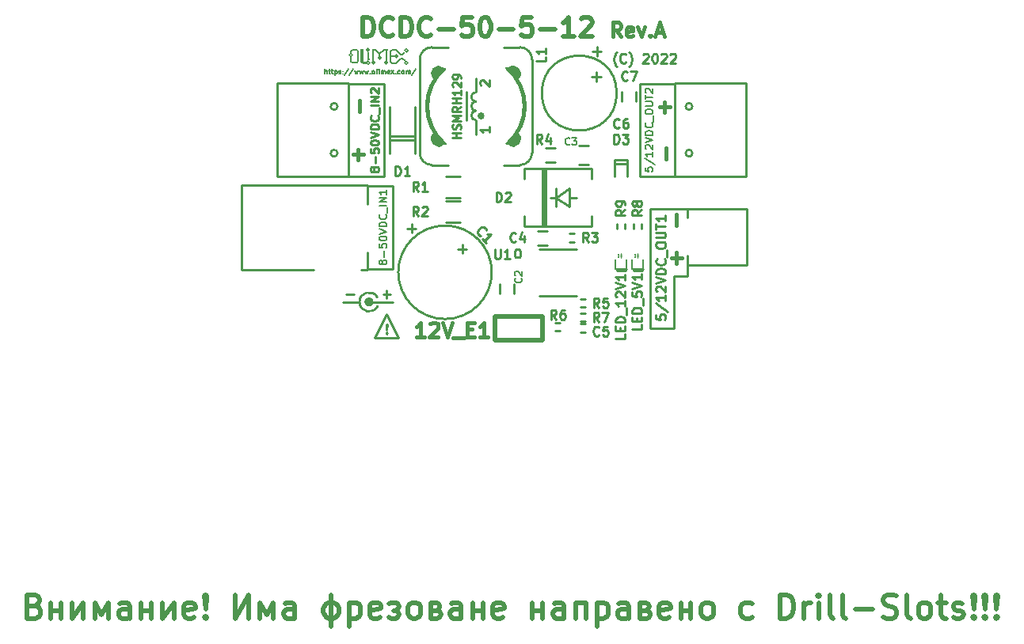
<source format=gbr>
G04 #@! TF.GenerationSoftware,KiCad,Pcbnew,5.1.6-c6e7f7d~87~ubuntu18.04.1*
G04 #@! TF.CreationDate,2022-04-04T15:30:34+03:00*
G04 #@! TF.ProjectId,DCDC-50-5-12_Rev_A,44434443-2d35-4302-9d35-2d31325f5265,A*
G04 #@! TF.SameCoordinates,Original*
G04 #@! TF.FileFunction,Legend,Top*
G04 #@! TF.FilePolarity,Positive*
%FSLAX46Y46*%
G04 Gerber Fmt 4.6, Leading zero omitted, Abs format (unit mm)*
G04 Created by KiCad (PCBNEW 5.1.6-c6e7f7d~87~ubuntu18.04.1) date 2022-04-04 15:30:34*
%MOMM*%
%LPD*%
G01*
G04 APERTURE LIST*
%ADD10C,0.254000*%
%ADD11C,0.406400*%
%ADD12C,0.127000*%
%ADD13C,0.381000*%
%ADD14C,0.508000*%
%ADD15C,0.250000*%
%ADD16C,0.012700*%
%ADD17C,0.062500*%
%ADD18C,0.010000*%
%ADD19C,0.200000*%
%ADD20C,0.150000*%
%ADD21C,0.600000*%
%ADD22C,0.100000*%
%ADD23C,0.050000*%
%ADD24C,0.203200*%
%ADD25C,0.228600*%
%ADD26C,0.222250*%
%ADD27C,0.190500*%
G04 APERTURE END LIST*
D10*
X161036000Y-91821000D02*
X161036000Y-90678000D01*
X159639000Y-91821000D02*
X161036000Y-91821000D01*
X159639000Y-97409000D02*
X159639000Y-91821000D01*
X157099000Y-97409000D02*
X159639000Y-97409000D01*
X157099000Y-84645500D02*
X157099000Y-97409000D01*
X161036000Y-84645500D02*
X157099000Y-84645500D01*
X155956000Y-81153000D02*
X159711000Y-81153000D01*
X155956000Y-71247000D02*
X155956000Y-81153000D01*
X159639000Y-71247000D02*
X155956000Y-71247000D01*
X129540000Y-91059000D02*
X126873000Y-91059000D01*
X129540000Y-82169000D02*
X129540000Y-91059000D01*
X126873000Y-82169000D02*
X129540000Y-82169000D01*
X128651000Y-81153000D02*
X124841000Y-81153000D01*
X128651000Y-71247000D02*
X128651000Y-81153000D01*
X124714000Y-71247000D02*
X128651000Y-71247000D01*
X128905000Y-97898857D02*
X128953380Y-97947238D01*
X128905000Y-97995619D01*
X128856619Y-97947238D01*
X128905000Y-97898857D01*
X128905000Y-97995619D01*
X128905000Y-97608571D02*
X128856619Y-97028000D01*
X128905000Y-96979619D01*
X128953380Y-97028000D01*
X128905000Y-97608571D01*
X128905000Y-96979619D01*
X130175000Y-98425000D02*
X128905000Y-95885000D01*
X127635000Y-98425000D02*
X130175000Y-98425000D01*
X128905000Y-95885000D02*
X127635000Y-98425000D01*
X128517952Y-93798571D02*
X129292047Y-93798571D01*
X128905000Y-94185619D02*
X128905000Y-93411523D01*
X124580952Y-93798571D02*
X125355047Y-93798571D01*
D11*
X127254000Y-94615000D02*
G75*
G03*
X127254000Y-94615000I-254000J0D01*
G01*
D10*
X125984000Y-94615000D02*
X124205999Y-94615000D01*
X127915810Y-95072905D02*
G75*
G02*
X127889000Y-94107000I-915810J457905D01*
G01*
X127381000Y-94615000D02*
G75*
G03*
X127381000Y-94615000I-381000J0D01*
G01*
X129540000Y-94615000D02*
X127000000Y-94615000D01*
D12*
X122301000Y-70206809D02*
X122301000Y-69698809D01*
X122518714Y-70206809D02*
X122518714Y-69940714D01*
X122494523Y-69892333D01*
X122446142Y-69868142D01*
X122373571Y-69868142D01*
X122325190Y-69892333D01*
X122301000Y-69916523D01*
X122688047Y-69868142D02*
X122881571Y-69868142D01*
X122760619Y-69698809D02*
X122760619Y-70134238D01*
X122784809Y-70182619D01*
X122833190Y-70206809D01*
X122881571Y-70206809D01*
X122978333Y-69868142D02*
X123171857Y-69868142D01*
X123050904Y-69698809D02*
X123050904Y-70134238D01*
X123075095Y-70182619D01*
X123123476Y-70206809D01*
X123171857Y-70206809D01*
X123341190Y-69868142D02*
X123341190Y-70376142D01*
X123341190Y-69892333D02*
X123389571Y-69868142D01*
X123486333Y-69868142D01*
X123534714Y-69892333D01*
X123558904Y-69916523D01*
X123583095Y-69964904D01*
X123583095Y-70110047D01*
X123558904Y-70158428D01*
X123534714Y-70182619D01*
X123486333Y-70206809D01*
X123389571Y-70206809D01*
X123341190Y-70182619D01*
X123776619Y-70182619D02*
X123825000Y-70206809D01*
X123921761Y-70206809D01*
X123970142Y-70182619D01*
X123994333Y-70134238D01*
X123994333Y-70110047D01*
X123970142Y-70061666D01*
X123921761Y-70037476D01*
X123849190Y-70037476D01*
X123800809Y-70013285D01*
X123776619Y-69964904D01*
X123776619Y-69940714D01*
X123800809Y-69892333D01*
X123849190Y-69868142D01*
X123921761Y-69868142D01*
X123970142Y-69892333D01*
X124212047Y-70158428D02*
X124236238Y-70182619D01*
X124212047Y-70206809D01*
X124187857Y-70182619D01*
X124212047Y-70158428D01*
X124212047Y-70206809D01*
X124212047Y-69892333D02*
X124236238Y-69916523D01*
X124212047Y-69940714D01*
X124187857Y-69916523D01*
X124212047Y-69892333D01*
X124212047Y-69940714D01*
X124816809Y-69674619D02*
X124381380Y-70327761D01*
X125349000Y-69674619D02*
X124913571Y-70327761D01*
X125469952Y-69868142D02*
X125566714Y-70206809D01*
X125663476Y-69964904D01*
X125760238Y-70206809D01*
X125857000Y-69868142D01*
X126002142Y-69868142D02*
X126098904Y-70206809D01*
X126195666Y-69964904D01*
X126292428Y-70206809D01*
X126389190Y-69868142D01*
X126534333Y-69868142D02*
X126631095Y-70206809D01*
X126727857Y-69964904D01*
X126824619Y-70206809D01*
X126921380Y-69868142D01*
X127114904Y-70158428D02*
X127139095Y-70182619D01*
X127114904Y-70206809D01*
X127090714Y-70182619D01*
X127114904Y-70158428D01*
X127114904Y-70206809D01*
X127429380Y-70206809D02*
X127381000Y-70182619D01*
X127356809Y-70158428D01*
X127332619Y-70110047D01*
X127332619Y-69964904D01*
X127356809Y-69916523D01*
X127381000Y-69892333D01*
X127429380Y-69868142D01*
X127501952Y-69868142D01*
X127550333Y-69892333D01*
X127574523Y-69916523D01*
X127598714Y-69964904D01*
X127598714Y-70110047D01*
X127574523Y-70158428D01*
X127550333Y-70182619D01*
X127501952Y-70206809D01*
X127429380Y-70206809D01*
X127889000Y-70206809D02*
X127840619Y-70182619D01*
X127816428Y-70134238D01*
X127816428Y-69698809D01*
X128082523Y-70206809D02*
X128082523Y-69868142D01*
X128082523Y-69698809D02*
X128058333Y-69723000D01*
X128082523Y-69747190D01*
X128106714Y-69723000D01*
X128082523Y-69698809D01*
X128082523Y-69747190D01*
X128324428Y-70206809D02*
X128324428Y-69868142D01*
X128324428Y-69916523D02*
X128348619Y-69892333D01*
X128397000Y-69868142D01*
X128469571Y-69868142D01*
X128517952Y-69892333D01*
X128542142Y-69940714D01*
X128542142Y-70206809D01*
X128542142Y-69940714D02*
X128566333Y-69892333D01*
X128614714Y-69868142D01*
X128687285Y-69868142D01*
X128735666Y-69892333D01*
X128759857Y-69940714D01*
X128759857Y-70206809D01*
X129195285Y-70182619D02*
X129146904Y-70206809D01*
X129050142Y-70206809D01*
X129001761Y-70182619D01*
X128977571Y-70134238D01*
X128977571Y-69940714D01*
X129001761Y-69892333D01*
X129050142Y-69868142D01*
X129146904Y-69868142D01*
X129195285Y-69892333D01*
X129219476Y-69940714D01*
X129219476Y-69989095D01*
X128977571Y-70037476D01*
X129388809Y-70206809D02*
X129654904Y-69868142D01*
X129388809Y-69868142D02*
X129654904Y-70206809D01*
X129848428Y-70158428D02*
X129872619Y-70182619D01*
X129848428Y-70206809D01*
X129824238Y-70182619D01*
X129848428Y-70158428D01*
X129848428Y-70206809D01*
X130308047Y-70182619D02*
X130259666Y-70206809D01*
X130162904Y-70206809D01*
X130114523Y-70182619D01*
X130090333Y-70158428D01*
X130066142Y-70110047D01*
X130066142Y-69964904D01*
X130090333Y-69916523D01*
X130114523Y-69892333D01*
X130162904Y-69868142D01*
X130259666Y-69868142D01*
X130308047Y-69892333D01*
X130598333Y-70206809D02*
X130549952Y-70182619D01*
X130525761Y-70158428D01*
X130501571Y-70110047D01*
X130501571Y-69964904D01*
X130525761Y-69916523D01*
X130549952Y-69892333D01*
X130598333Y-69868142D01*
X130670904Y-69868142D01*
X130719285Y-69892333D01*
X130743476Y-69916523D01*
X130767666Y-69964904D01*
X130767666Y-70110047D01*
X130743476Y-70158428D01*
X130719285Y-70182619D01*
X130670904Y-70206809D01*
X130598333Y-70206809D01*
X130985380Y-70206809D02*
X130985380Y-69868142D01*
X130985380Y-69916523D02*
X131009571Y-69892333D01*
X131057952Y-69868142D01*
X131130523Y-69868142D01*
X131178904Y-69892333D01*
X131203095Y-69940714D01*
X131203095Y-70206809D01*
X131203095Y-69940714D02*
X131227285Y-69892333D01*
X131275666Y-69868142D01*
X131348238Y-69868142D01*
X131396619Y-69892333D01*
X131420809Y-69940714D01*
X131420809Y-70206809D01*
X132025571Y-69674619D02*
X131590142Y-70327761D01*
D13*
X159874857Y-86432571D02*
X159874857Y-85271428D01*
X159312428Y-89897857D02*
X160473571Y-89897857D01*
X159893000Y-90478428D02*
X159893000Y-89317285D01*
X158731857Y-79320571D02*
X158731857Y-78159428D01*
X158042428Y-73768857D02*
X159203571Y-73768857D01*
X158623000Y-74349428D02*
X158623000Y-73188285D01*
X125965857Y-74240571D02*
X125965857Y-73079428D01*
X125276428Y-78848857D02*
X126437571Y-78848857D01*
X125857000Y-79429428D02*
X125857000Y-78268285D01*
D14*
X126365000Y-66197238D02*
X126365000Y-64165238D01*
X126848809Y-64165238D01*
X127139095Y-64262000D01*
X127332619Y-64455523D01*
X127429380Y-64649047D01*
X127526142Y-65036095D01*
X127526142Y-65326380D01*
X127429380Y-65713428D01*
X127332619Y-65906952D01*
X127139095Y-66100476D01*
X126848809Y-66197238D01*
X126365000Y-66197238D01*
X129558142Y-66003714D02*
X129461380Y-66100476D01*
X129171095Y-66197238D01*
X128977571Y-66197238D01*
X128687285Y-66100476D01*
X128493761Y-65906952D01*
X128397000Y-65713428D01*
X128300238Y-65326380D01*
X128300238Y-65036095D01*
X128397000Y-64649047D01*
X128493761Y-64455523D01*
X128687285Y-64262000D01*
X128977571Y-64165238D01*
X129171095Y-64165238D01*
X129461380Y-64262000D01*
X129558142Y-64358761D01*
X130429000Y-66197238D02*
X130429000Y-64165238D01*
X130912809Y-64165238D01*
X131203095Y-64262000D01*
X131396619Y-64455523D01*
X131493380Y-64649047D01*
X131590142Y-65036095D01*
X131590142Y-65326380D01*
X131493380Y-65713428D01*
X131396619Y-65906952D01*
X131203095Y-66100476D01*
X130912809Y-66197238D01*
X130429000Y-66197238D01*
X133622142Y-66003714D02*
X133525380Y-66100476D01*
X133235095Y-66197238D01*
X133041571Y-66197238D01*
X132751285Y-66100476D01*
X132557761Y-65906952D01*
X132461000Y-65713428D01*
X132364238Y-65326380D01*
X132364238Y-65036095D01*
X132461000Y-64649047D01*
X132557761Y-64455523D01*
X132751285Y-64262000D01*
X133041571Y-64165238D01*
X133235095Y-64165238D01*
X133525380Y-64262000D01*
X133622142Y-64358761D01*
X134493000Y-65423142D02*
X136041190Y-65423142D01*
X137976428Y-64165238D02*
X137008809Y-64165238D01*
X136912047Y-65132857D01*
X137008809Y-65036095D01*
X137202333Y-64939333D01*
X137686142Y-64939333D01*
X137879666Y-65036095D01*
X137976428Y-65132857D01*
X138073190Y-65326380D01*
X138073190Y-65810190D01*
X137976428Y-66003714D01*
X137879666Y-66100476D01*
X137686142Y-66197238D01*
X137202333Y-66197238D01*
X137008809Y-66100476D01*
X136912047Y-66003714D01*
X139331095Y-64165238D02*
X139524619Y-64165238D01*
X139718142Y-64262000D01*
X139814904Y-64358761D01*
X139911666Y-64552285D01*
X140008428Y-64939333D01*
X140008428Y-65423142D01*
X139911666Y-65810190D01*
X139814904Y-66003714D01*
X139718142Y-66100476D01*
X139524619Y-66197238D01*
X139331095Y-66197238D01*
X139137571Y-66100476D01*
X139040809Y-66003714D01*
X138944047Y-65810190D01*
X138847285Y-65423142D01*
X138847285Y-64939333D01*
X138944047Y-64552285D01*
X139040809Y-64358761D01*
X139137571Y-64262000D01*
X139331095Y-64165238D01*
X140879285Y-65423142D02*
X142427476Y-65423142D01*
X144362714Y-64165238D02*
X143395095Y-64165238D01*
X143298333Y-65132857D01*
X143395095Y-65036095D01*
X143588619Y-64939333D01*
X144072428Y-64939333D01*
X144265952Y-65036095D01*
X144362714Y-65132857D01*
X144459476Y-65326380D01*
X144459476Y-65810190D01*
X144362714Y-66003714D01*
X144265952Y-66100476D01*
X144072428Y-66197238D01*
X143588619Y-66197238D01*
X143395095Y-66100476D01*
X143298333Y-66003714D01*
X145330333Y-65423142D02*
X146878523Y-65423142D01*
X148910523Y-66197238D02*
X147749380Y-66197238D01*
X148329952Y-66197238D02*
X148329952Y-64165238D01*
X148136428Y-64455523D01*
X147942904Y-64649047D01*
X147749380Y-64745809D01*
X149684619Y-64358761D02*
X149781380Y-64262000D01*
X149974904Y-64165238D01*
X150458714Y-64165238D01*
X150652238Y-64262000D01*
X150749000Y-64358761D01*
X150845761Y-64552285D01*
X150845761Y-64745809D01*
X150749000Y-65036095D01*
X149587857Y-66197238D01*
X150845761Y-66197238D01*
D13*
X153924000Y-66221428D02*
X153416000Y-65495714D01*
X153053142Y-66221428D02*
X153053142Y-64697428D01*
X153633714Y-64697428D01*
X153778857Y-64770000D01*
X153851428Y-64842571D01*
X153924000Y-64987714D01*
X153924000Y-65205428D01*
X153851428Y-65350571D01*
X153778857Y-65423142D01*
X153633714Y-65495714D01*
X153053142Y-65495714D01*
X155157714Y-66148857D02*
X155012571Y-66221428D01*
X154722285Y-66221428D01*
X154577142Y-66148857D01*
X154504571Y-66003714D01*
X154504571Y-65423142D01*
X154577142Y-65278000D01*
X154722285Y-65205428D01*
X155012571Y-65205428D01*
X155157714Y-65278000D01*
X155230285Y-65423142D01*
X155230285Y-65568285D01*
X154504571Y-65713428D01*
X155738285Y-65205428D02*
X156101142Y-66221428D01*
X156464000Y-65205428D01*
X157044571Y-66076285D02*
X157117142Y-66148857D01*
X157044571Y-66221428D01*
X156972000Y-66148857D01*
X157044571Y-66076285D01*
X157044571Y-66221428D01*
X157697714Y-65786000D02*
X158423428Y-65786000D01*
X157552571Y-66221428D02*
X158060571Y-64697428D01*
X158568571Y-66221428D01*
D10*
X153488571Y-69426666D02*
X153440190Y-69378285D01*
X153343428Y-69233142D01*
X153295047Y-69136380D01*
X153246666Y-68991238D01*
X153198285Y-68749333D01*
X153198285Y-68555809D01*
X153246666Y-68313904D01*
X153295047Y-68168761D01*
X153343428Y-68072000D01*
X153440190Y-67926857D01*
X153488571Y-67878476D01*
X154456190Y-68942857D02*
X154407809Y-68991238D01*
X154262666Y-69039619D01*
X154165904Y-69039619D01*
X154020761Y-68991238D01*
X153924000Y-68894476D01*
X153875619Y-68797714D01*
X153827238Y-68604190D01*
X153827238Y-68459047D01*
X153875619Y-68265523D01*
X153924000Y-68168761D01*
X154020761Y-68072000D01*
X154165904Y-68023619D01*
X154262666Y-68023619D01*
X154407809Y-68072000D01*
X154456190Y-68120380D01*
X154794857Y-69426666D02*
X154843238Y-69378285D01*
X154940000Y-69233142D01*
X154988380Y-69136380D01*
X155036761Y-68991238D01*
X155085142Y-68749333D01*
X155085142Y-68555809D01*
X155036761Y-68313904D01*
X154988380Y-68168761D01*
X154940000Y-68072000D01*
X154843238Y-67926857D01*
X154794857Y-67878476D01*
X156294666Y-68120380D02*
X156343047Y-68072000D01*
X156439809Y-68023619D01*
X156681714Y-68023619D01*
X156778476Y-68072000D01*
X156826857Y-68120380D01*
X156875238Y-68217142D01*
X156875238Y-68313904D01*
X156826857Y-68459047D01*
X156246285Y-69039619D01*
X156875238Y-69039619D01*
X157504190Y-68023619D02*
X157600952Y-68023619D01*
X157697714Y-68072000D01*
X157746095Y-68120380D01*
X157794476Y-68217142D01*
X157842857Y-68410666D01*
X157842857Y-68652571D01*
X157794476Y-68846095D01*
X157746095Y-68942857D01*
X157697714Y-68991238D01*
X157600952Y-69039619D01*
X157504190Y-69039619D01*
X157407428Y-68991238D01*
X157359047Y-68942857D01*
X157310666Y-68846095D01*
X157262285Y-68652571D01*
X157262285Y-68410666D01*
X157310666Y-68217142D01*
X157359047Y-68120380D01*
X157407428Y-68072000D01*
X157504190Y-68023619D01*
X158229904Y-68120380D02*
X158278285Y-68072000D01*
X158375047Y-68023619D01*
X158616952Y-68023619D01*
X158713714Y-68072000D01*
X158762095Y-68120380D01*
X158810476Y-68217142D01*
X158810476Y-68313904D01*
X158762095Y-68459047D01*
X158181523Y-69039619D01*
X158810476Y-69039619D01*
X159197523Y-68120380D02*
X159245904Y-68072000D01*
X159342666Y-68023619D01*
X159584571Y-68023619D01*
X159681333Y-68072000D01*
X159729714Y-68120380D01*
X159778095Y-68217142D01*
X159778095Y-68313904D01*
X159729714Y-68459047D01*
X159149142Y-69039619D01*
X159778095Y-69039619D01*
X126846000Y-91140000D02*
X126146000Y-91140000D01*
X113346000Y-91140000D02*
X121046000Y-91140000D01*
X126846000Y-91140280D02*
X126846000Y-89282000D01*
X126846000Y-82088000D02*
X126846000Y-84186000D01*
X113346000Y-82088000D02*
X113346000Y-91140000D01*
X126846000Y-82088000D02*
X113346000Y-82088000D01*
X159711000Y-71200000D02*
X167311000Y-71200000D01*
X159711000Y-81200000D02*
X167311000Y-81200000D01*
X167311000Y-71200000D02*
X167311000Y-81200000D01*
X159711000Y-81200000D02*
X159711000Y-71200000D01*
X161570210Y-73700000D02*
G75*
G03*
X161570210Y-73700000I-359210J0D01*
G01*
X161570210Y-78700000D02*
G75*
G03*
X161570210Y-78700000I-359210J0D01*
G01*
X124769000Y-81200000D02*
X117169000Y-81200000D01*
X124769000Y-71200000D02*
X117169000Y-71200000D01*
X117169000Y-81200000D02*
X117169000Y-71200000D01*
X124769000Y-71200000D02*
X124769000Y-81200000D01*
X123628210Y-78700000D02*
G75*
G03*
X123628210Y-78700000I-359210J0D01*
G01*
X123628210Y-73700000D02*
G75*
G03*
X123628210Y-73700000I-359210J0D01*
G01*
X141689004Y-69624496D02*
G75*
G02*
X141730000Y-77660000I-3459004J-4035504D01*
G01*
X135170996Y-77695504D02*
G75*
G02*
X135130000Y-69660000I3459004J4035504D01*
G01*
X142929999Y-76660001D02*
G75*
G02*
X141930001Y-77659999I-499999J-499999D01*
G01*
X141930001Y-69660001D02*
G75*
G02*
X142929999Y-70659999I499999J-499999D01*
G01*
X133930001Y-70659999D02*
G75*
G02*
X134929999Y-69660001I499999J499999D01*
G01*
X134929999Y-77659999D02*
G75*
G02*
X133930001Y-76660001I-499999J499999D01*
G01*
X141889004Y-69624496D02*
G75*
G02*
X141930000Y-77660000I-3459004J-4035504D01*
G01*
X134970996Y-77695504D02*
G75*
G02*
X134930000Y-69660000I3459004J4035504D01*
G01*
X143130000Y-67360000D02*
G75*
G02*
X144430000Y-68660000I0J-1300000D01*
G01*
X144430000Y-78660000D02*
G75*
G02*
X143130000Y-79960000I-1300000J0D01*
G01*
X132430000Y-68660000D02*
G75*
G02*
X133730000Y-67360000I1300000J0D01*
G01*
X133730000Y-79960000D02*
G75*
G02*
X132430000Y-78660000I0J1300000D01*
G01*
X138430000Y-74160000D02*
G75*
G03*
X137930000Y-74660000I0J-500000D01*
G01*
X137930000Y-74660000D02*
G75*
G03*
X138430000Y-75160000I500000J0D01*
G01*
X138430000Y-72160000D02*
G75*
G03*
X137930000Y-72660000I0J-500000D01*
G01*
X137930000Y-72660000D02*
G75*
G03*
X138430000Y-73160000I500000J0D01*
G01*
X137930000Y-73660000D02*
G75*
G03*
X138430000Y-74160000I500000J0D01*
G01*
X138430000Y-73160000D02*
G75*
G03*
X137930000Y-73660000I0J-500000D01*
G01*
X141430000Y-67360000D02*
X143130000Y-67360000D01*
X143130000Y-79960000D02*
X141430000Y-79960000D01*
X132430000Y-78660000D02*
X132430000Y-68660000D01*
X144430000Y-68660000D02*
X144430000Y-78660000D01*
X135430000Y-79960000D02*
X133730000Y-79960000D01*
X133730000Y-67360000D02*
X135430000Y-67360000D01*
X139080000Y-74710000D02*
G75*
G03*
X139080000Y-74710000I-100000J0D01*
G01*
X139230000Y-74710000D02*
G75*
G03*
X139230000Y-74710000I-250000J0D01*
G01*
X137430000Y-75160000D02*
X137430000Y-72160000D01*
X138430000Y-72160000D02*
X138430000Y-70660000D01*
X138430000Y-75160000D02*
X138430000Y-76660000D01*
D15*
G36*
X134030000Y-76660000D02*
G01*
X134830000Y-77660000D01*
X134430000Y-77860000D01*
X134030000Y-77660000D01*
X133830000Y-77260000D01*
X133830000Y-77060000D01*
X134030000Y-76660000D01*
G37*
X134030000Y-76660000D02*
X134830000Y-77660000D01*
X134430000Y-77860000D01*
X134030000Y-77660000D01*
X133830000Y-77260000D01*
X133830000Y-77060000D01*
X134030000Y-76660000D01*
G36*
X142830000Y-70660000D02*
G01*
X142030000Y-69660000D01*
X142430000Y-69460000D01*
X142830000Y-69660000D01*
X143030000Y-70060000D01*
X143030000Y-70260000D01*
X142830000Y-70660000D01*
G37*
X142830000Y-70660000D02*
X142030000Y-69660000D01*
X142430000Y-69460000D01*
X142830000Y-69660000D01*
X143030000Y-70060000D01*
X143030000Y-70260000D01*
X142830000Y-70660000D01*
G36*
X134030000Y-69660000D02*
G01*
X134430000Y-69460000D01*
X134880000Y-69660000D01*
X133980000Y-70660000D01*
X133830000Y-70260000D01*
X133830000Y-69860000D01*
X134030000Y-69660000D01*
G37*
X134030000Y-69660000D02*
X134430000Y-69460000D01*
X134880000Y-69660000D01*
X133980000Y-70660000D01*
X133830000Y-70260000D01*
X133830000Y-69860000D01*
X134030000Y-69660000D01*
G36*
X142830000Y-77660000D02*
G01*
X142430000Y-77860000D01*
X141980000Y-77660000D01*
X142880000Y-76660000D01*
X143030000Y-77060000D01*
X143030000Y-77460000D01*
X142830000Y-77660000D01*
G37*
X142830000Y-77660000D02*
X142430000Y-77860000D01*
X141980000Y-77660000D01*
X142880000Y-76660000D01*
X143030000Y-77060000D01*
X143030000Y-77460000D01*
X142830000Y-77660000D01*
D16*
X128917700Y-67551300D02*
X128917700Y-67566540D01*
X128902460Y-67553840D02*
X128922780Y-67553840D01*
X128925320Y-67548760D02*
X128925320Y-67579240D01*
X128889760Y-67543680D02*
X128927860Y-67543680D01*
X128849120Y-67533520D02*
X128935480Y-67533520D01*
X128935480Y-67533520D02*
X128935480Y-67630040D01*
X127388620Y-67558920D02*
X127403860Y-67558920D01*
X127386080Y-67538600D02*
X127386080Y-67579240D01*
X127429260Y-67546220D02*
X127383540Y-67546220D01*
X127375920Y-67630040D02*
X127375920Y-67533520D01*
X127375920Y-67533520D02*
X127703580Y-67533520D01*
X126804420Y-68628260D02*
X126989840Y-68628260D01*
X126804420Y-68640960D02*
X126987300Y-68640960D01*
X126804420Y-68653660D02*
X126987300Y-68653660D01*
X126806960Y-68666360D02*
X126989840Y-68666360D01*
X126801880Y-68679060D02*
X126801880Y-67856100D01*
X126992380Y-68582540D02*
X126992380Y-68679060D01*
X126992380Y-68679060D02*
X126801880Y-68679060D01*
X126304040Y-67553840D02*
X126304040Y-67632580D01*
X126118620Y-67553840D02*
X126118620Y-67627500D01*
D17*
X126235460Y-67584320D02*
X126283720Y-67584320D01*
X126138940Y-67581780D02*
X126187200Y-67581780D01*
D18*
X126212600Y-67551300D02*
X126314200Y-67551300D01*
X126314200Y-67551300D02*
X126314200Y-68808600D01*
X126365000Y-69100700D02*
X126352300Y-69088000D01*
X126352300Y-69100700D02*
X126669800Y-69100700D01*
X126123700Y-68884800D02*
X126111000Y-68859400D01*
X126111000Y-68846700D02*
X126111000Y-68859400D01*
X126111000Y-68859400D02*
X126111000Y-68872100D01*
X126111000Y-68872100D02*
X126352300Y-69100700D01*
X126212600Y-67551300D02*
X126111000Y-67551300D01*
X126111000Y-67551300D02*
X126111000Y-68846700D01*
D19*
X125717300Y-69011800D02*
X125222000Y-69011800D01*
X125222000Y-69011800D02*
X125069600Y-68872100D01*
X125069600Y-67970400D02*
X125069600Y-67805300D01*
X125069600Y-67805300D02*
X125222000Y-67652900D01*
X125222000Y-67652900D02*
X125704600Y-67652900D01*
D20*
X130119139Y-68326000D02*
G75*
G03*
X130119139Y-68326000I-172739J0D01*
G01*
D19*
X129743200Y-68326000D02*
X129311400Y-68326000D01*
D20*
X131160539Y-67716400D02*
G75*
G03*
X131160539Y-67716400I-172739J0D01*
G01*
D19*
X130581400Y-68148200D02*
X130835400Y-67894200D01*
X130378200Y-68148200D02*
X130581400Y-68148200D01*
X129882900Y-67652900D02*
X130378200Y-68148200D01*
X129489200Y-67652900D02*
X129882900Y-67652900D01*
X129311400Y-68338700D02*
X129311400Y-67830700D01*
X129311400Y-67830700D02*
X129489200Y-67652900D01*
X129311400Y-68897500D02*
X129311400Y-68326000D01*
X129476500Y-69075300D02*
X129311400Y-68897500D01*
X129870200Y-69075300D02*
X129476500Y-69075300D01*
X130378200Y-68567300D02*
X129870200Y-69075300D01*
X130568700Y-68567300D02*
X130378200Y-68567300D01*
X130860800Y-68859400D02*
X130568700Y-68567300D01*
D20*
X131147839Y-69024500D02*
G75*
G03*
X131147839Y-69024500I-172739J0D01*
G01*
X129014239Y-69011800D02*
G75*
G03*
X129014239Y-69011800I-172739J0D01*
G01*
D19*
X128841500Y-67627500D02*
X128841500Y-68757800D01*
X128625600Y-67627500D02*
X128841500Y-67627500D01*
D20*
X128315739Y-68503800D02*
G75*
G03*
X128315739Y-68503800I-172739J0D01*
G01*
D19*
X128143000Y-68097400D02*
X128625600Y-67627500D01*
X128143000Y-68072000D02*
X128143000Y-68275200D01*
X127698500Y-67627500D02*
X128143000Y-68072000D01*
X127469900Y-67627500D02*
X127698500Y-67627500D01*
X127469900Y-68795900D02*
X127469900Y-67627500D01*
D20*
X127642639Y-69011800D02*
G75*
G03*
X127642639Y-69011800I-172739J0D01*
G01*
X127071139Y-67640200D02*
G75*
G03*
X127071139Y-67640200I-172739J0D01*
G01*
D19*
X126898400Y-67868800D02*
X126898400Y-68580000D01*
D20*
X127071139Y-69011800D02*
G75*
G03*
X127071139Y-69011800I-172739J0D01*
G01*
D19*
X126390400Y-68999100D02*
X126669800Y-68999100D01*
X126212600Y-68834000D02*
X126390400Y-68999100D01*
X126212600Y-67652900D02*
X126212600Y-68834000D01*
X125069600Y-68402200D02*
X125069600Y-68846700D01*
X125717300Y-69011800D02*
X125857000Y-68872100D01*
X125857000Y-67843400D02*
X125857000Y-68846700D01*
X125704600Y-67654700D02*
X125857000Y-67805300D01*
D20*
X125242339Y-68173600D02*
G75*
G03*
X125242339Y-68173600I-172739J0D01*
G01*
D10*
X154051000Y-72136000D02*
X154051000Y-73152000D01*
X155575000Y-72136000D02*
X155575000Y-73152000D01*
X153479500Y-86487000D02*
X153479500Y-86233000D01*
X153479500Y-86487000D02*
X153479500Y-86741000D01*
X154368500Y-86487000D02*
X154368500Y-86741000D01*
X154368500Y-86487000D02*
X154368500Y-86233000D01*
X147193000Y-96837500D02*
X147447000Y-96837500D01*
X147193000Y-96837500D02*
X146939000Y-96837500D01*
X147193000Y-97726500D02*
X146939000Y-97726500D01*
X147193000Y-97726500D02*
X147447000Y-97726500D01*
X148717000Y-87312500D02*
X148971000Y-87312500D01*
X148717000Y-87312500D02*
X148463000Y-87312500D01*
X148717000Y-88201500D02*
X148463000Y-88201500D01*
X148717000Y-88201500D02*
X148971000Y-88201500D01*
X149479000Y-77851000D02*
X150495000Y-77851000D01*
X149479000Y-79883000D02*
X150495000Y-79883000D01*
X149860000Y-94297500D02*
X150114000Y-94297500D01*
X149860000Y-94297500D02*
X149606000Y-94297500D01*
X149860000Y-95186500D02*
X149606000Y-95186500D01*
X149860000Y-95186500D02*
X150114000Y-95186500D01*
X155257500Y-86487000D02*
X155257500Y-86233000D01*
X155257500Y-86487000D02*
X155257500Y-86741000D01*
X156146500Y-86487000D02*
X156146500Y-86741000D01*
X156146500Y-86487000D02*
X156146500Y-86233000D01*
X129206000Y-76890000D02*
X131906000Y-76890000D01*
X129206000Y-73700000D02*
X129206000Y-78700000D01*
X129206000Y-77330000D02*
X131906000Y-77330000D01*
X131906000Y-78700000D02*
X131906000Y-73700000D01*
X149860000Y-97853500D02*
X149606000Y-97853500D01*
X149860000Y-97853500D02*
X150114000Y-97853500D01*
X149860000Y-96964500D02*
X150114000Y-96964500D01*
X149860000Y-96964500D02*
X149606000Y-96964500D01*
X149860000Y-95821500D02*
X149606000Y-95821500D01*
X149860000Y-95821500D02*
X150114000Y-95821500D01*
X149860000Y-96710500D02*
X150114000Y-96710500D01*
X149860000Y-96710500D02*
X149606000Y-96710500D01*
D14*
X145542000Y-96139000D02*
X145542000Y-98679000D01*
X140462000Y-96139000D02*
X145542000Y-96139000D01*
X140462000Y-98679000D02*
X140462000Y-96139000D01*
X145542000Y-98679000D02*
X140462000Y-98679000D01*
D10*
X161048700Y-85623400D02*
X161048700Y-84620100D01*
X161048700Y-90690700D02*
X161048700Y-89636600D01*
X161056320Y-90695780D02*
X167365680Y-90695780D01*
X167365680Y-90695780D02*
X167365680Y-84615020D01*
X167365680Y-84615020D02*
X161048698Y-84615020D01*
X140128000Y-91440000D02*
G75*
G03*
X140128000Y-91440000I-5000000J0D01*
G01*
X142494000Y-92710000D02*
X142494000Y-93726000D01*
X140970000Y-92710000D02*
X140970000Y-93726000D01*
X145034000Y-88519000D02*
X146050000Y-88519000D01*
X145034000Y-86995000D02*
X146050000Y-86995000D01*
X153479000Y-72263000D02*
G75*
G03*
X153479000Y-72263000I-4000000J0D01*
G01*
D21*
X145693000Y-80539000D02*
X145693000Y-86339000D01*
D10*
X143593000Y-80339000D02*
X150793000Y-80339000D01*
X150793000Y-86539000D02*
X143593000Y-86539000D01*
X148393000Y-84439000D02*
X148393000Y-82439000D01*
X148393000Y-82439000D02*
X146993000Y-83439000D01*
X148393000Y-84439000D02*
X146993000Y-83439000D01*
X146993000Y-84439000D02*
X146993000Y-82439000D01*
X143593000Y-80339000D02*
X143593000Y-81439000D01*
X143593000Y-86539000D02*
X143593000Y-85439000D01*
X150793000Y-80339000D02*
X150793000Y-81439000D01*
X150793000Y-86539000D02*
X150793000Y-85439000D01*
X146993000Y-83439000D02*
X146393000Y-83439000D01*
X148393000Y-83439000D02*
X149193000Y-83439000D01*
X154624000Y-79831000D02*
X153224000Y-79831000D01*
X154624000Y-81164000D02*
X154624000Y-79364000D01*
X154624000Y-79367000D02*
X153224000Y-79367000D01*
X153224000Y-79364000D02*
X153224000Y-81164000D01*
D12*
X153339800Y-91059000D02*
X153339800Y-90043000D01*
X154559000Y-90043000D02*
X154559000Y-91059000D01*
D22*
X153924000Y-89402000D02*
X153924000Y-89922000D01*
X154034000Y-89572000D02*
X153814000Y-89572000D01*
X154034000Y-89572000D02*
X153934000Y-89682000D01*
X153814000Y-89572000D02*
X153914000Y-89672000D01*
X154034000Y-89762000D02*
X153814000Y-89762000D01*
D23*
X153678400Y-89839800D02*
X153568400Y-89709800D01*
X153569400Y-89708200D02*
X153579400Y-89788200D01*
X153569400Y-89708200D02*
X153649400Y-89708200D01*
X153569400Y-89492800D02*
X153649400Y-89492800D01*
X153569400Y-89492800D02*
X153579400Y-89572800D01*
X153699400Y-89632800D02*
X153589400Y-89502800D01*
D10*
X154495500Y-91071700D02*
X154368500Y-91224100D01*
X153403300Y-91071700D02*
X153530300Y-91211400D01*
X154368500Y-91224100D02*
X153543000Y-91224100D01*
X153441400Y-91059000D02*
X154482800Y-91059000D01*
X155219400Y-91059000D02*
X156260800Y-91059000D01*
X156146500Y-91224100D02*
X155321000Y-91224100D01*
X155181300Y-91071700D02*
X155308300Y-91211400D01*
X156273500Y-91071700D02*
X156146500Y-91224100D01*
D23*
X155477400Y-89632800D02*
X155367400Y-89502800D01*
X155347400Y-89492800D02*
X155357400Y-89572800D01*
X155347400Y-89492800D02*
X155427400Y-89492800D01*
X155347400Y-89708200D02*
X155427400Y-89708200D01*
X155347400Y-89708200D02*
X155357400Y-89788200D01*
X155456400Y-89839800D02*
X155346400Y-89709800D01*
D22*
X155812000Y-89762000D02*
X155592000Y-89762000D01*
X155592000Y-89572000D02*
X155692000Y-89672000D01*
X155812000Y-89572000D02*
X155712000Y-89682000D01*
X155812000Y-89572000D02*
X155592000Y-89572000D01*
X155702000Y-89402000D02*
X155702000Y-89922000D01*
D12*
X156337000Y-90043000D02*
X156337000Y-91059000D01*
X155117800Y-91059000D02*
X155117800Y-90043000D01*
D10*
X135255000Y-83439000D02*
X136779000Y-83439000D01*
X135255000Y-81153000D02*
X136779000Y-81153000D01*
X135255000Y-83820000D02*
X136779000Y-83820000D01*
X135255000Y-86106000D02*
X136779000Y-86106000D01*
X146939000Y-78105000D02*
X145923000Y-78105000D01*
X146939000Y-79629000D02*
X145923000Y-79629000D01*
X149193000Y-88940000D02*
X145193000Y-88940000D01*
X149193000Y-93940000D02*
X145193000Y-93940000D01*
D24*
X128427238Y-90445771D02*
X128388533Y-90523180D01*
X128349828Y-90561885D01*
X128272419Y-90600590D01*
X128233714Y-90600590D01*
X128156304Y-90561885D01*
X128117600Y-90523180D01*
X128078895Y-90445771D01*
X128078895Y-90290952D01*
X128117600Y-90213542D01*
X128156304Y-90174838D01*
X128233714Y-90136133D01*
X128272419Y-90136133D01*
X128349828Y-90174838D01*
X128388533Y-90213542D01*
X128427238Y-90290952D01*
X128427238Y-90445771D01*
X128465942Y-90523180D01*
X128504647Y-90561885D01*
X128582057Y-90600590D01*
X128736876Y-90600590D01*
X128814285Y-90561885D01*
X128852990Y-90523180D01*
X128891695Y-90445771D01*
X128891695Y-90290952D01*
X128852990Y-90213542D01*
X128814285Y-90174838D01*
X128736876Y-90136133D01*
X128582057Y-90136133D01*
X128504647Y-90174838D01*
X128465942Y-90213542D01*
X128427238Y-90290952D01*
X128582057Y-89787790D02*
X128582057Y-89168514D01*
X128078895Y-88394419D02*
X128078895Y-88781466D01*
X128465942Y-88820171D01*
X128427238Y-88781466D01*
X128388533Y-88704057D01*
X128388533Y-88510533D01*
X128427238Y-88433123D01*
X128465942Y-88394419D01*
X128543352Y-88355714D01*
X128736876Y-88355714D01*
X128814285Y-88394419D01*
X128852990Y-88433123D01*
X128891695Y-88510533D01*
X128891695Y-88704057D01*
X128852990Y-88781466D01*
X128814285Y-88820171D01*
X128078895Y-87852552D02*
X128078895Y-87775142D01*
X128117600Y-87697733D01*
X128156304Y-87659028D01*
X128233714Y-87620323D01*
X128388533Y-87581619D01*
X128582057Y-87581619D01*
X128736876Y-87620323D01*
X128814285Y-87659028D01*
X128852990Y-87697733D01*
X128891695Y-87775142D01*
X128891695Y-87852552D01*
X128852990Y-87929961D01*
X128814285Y-87968666D01*
X128736876Y-88007371D01*
X128582057Y-88046076D01*
X128388533Y-88046076D01*
X128233714Y-88007371D01*
X128156304Y-87968666D01*
X128117600Y-87929961D01*
X128078895Y-87852552D01*
X128078895Y-87349390D02*
X128891695Y-87078457D01*
X128078895Y-86807523D01*
X128891695Y-86536590D02*
X128078895Y-86536590D01*
X128078895Y-86343066D01*
X128117600Y-86226952D01*
X128195009Y-86149542D01*
X128272419Y-86110838D01*
X128427238Y-86072133D01*
X128543352Y-86072133D01*
X128698171Y-86110838D01*
X128775580Y-86149542D01*
X128852990Y-86226952D01*
X128891695Y-86343066D01*
X128891695Y-86536590D01*
X128814285Y-85259333D02*
X128852990Y-85298038D01*
X128891695Y-85414152D01*
X128891695Y-85491561D01*
X128852990Y-85607676D01*
X128775580Y-85685085D01*
X128698171Y-85723790D01*
X128543352Y-85762495D01*
X128427238Y-85762495D01*
X128272419Y-85723790D01*
X128195009Y-85685085D01*
X128117600Y-85607676D01*
X128078895Y-85491561D01*
X128078895Y-85414152D01*
X128117600Y-85298038D01*
X128156304Y-85259333D01*
X128969104Y-85104514D02*
X128969104Y-84485238D01*
X128891695Y-84291714D02*
X128078895Y-84291714D01*
X128891695Y-83904666D02*
X128078895Y-83904666D01*
X128891695Y-83440209D01*
X128078895Y-83440209D01*
X128891695Y-82627409D02*
X128891695Y-83091866D01*
X128891695Y-82859638D02*
X128078895Y-82859638D01*
X128195009Y-82937047D01*
X128272419Y-83014457D01*
X128311123Y-83091866D01*
D14*
X91258571Y-127148571D02*
X91621428Y-127269523D01*
X91742380Y-127390476D01*
X91863333Y-127632380D01*
X91863333Y-127995238D01*
X91742380Y-128237142D01*
X91621428Y-128358095D01*
X91379523Y-128479047D01*
X90411904Y-128479047D01*
X90411904Y-125939047D01*
X91258571Y-125939047D01*
X91500476Y-126060000D01*
X91621428Y-126180952D01*
X91742380Y-126422857D01*
X91742380Y-126664761D01*
X91621428Y-126906666D01*
X91500476Y-127027619D01*
X91258571Y-127148571D01*
X90411904Y-127148571D01*
X92951904Y-127632380D02*
X94040476Y-127632380D01*
X92951904Y-126785714D02*
X92951904Y-128479047D01*
X94040476Y-126785714D02*
X94040476Y-128479047D01*
X95250000Y-126785714D02*
X95250000Y-128479047D01*
X96459523Y-126785714D01*
X96459523Y-128479047D01*
X97669047Y-128479047D02*
X97669047Y-126785714D01*
X98394761Y-128116190D01*
X99120476Y-126785714D01*
X99120476Y-128479047D01*
X101418571Y-128479047D02*
X101418571Y-127148571D01*
X101297619Y-126906666D01*
X101055714Y-126785714D01*
X100571904Y-126785714D01*
X100330000Y-126906666D01*
X101418571Y-128358095D02*
X101176666Y-128479047D01*
X100571904Y-128479047D01*
X100330000Y-128358095D01*
X100209047Y-128116190D01*
X100209047Y-127874285D01*
X100330000Y-127632380D01*
X100571904Y-127511428D01*
X101176666Y-127511428D01*
X101418571Y-127390476D01*
X102628095Y-127632380D02*
X103716666Y-127632380D01*
X102628095Y-126785714D02*
X102628095Y-128479047D01*
X103716666Y-126785714D02*
X103716666Y-128479047D01*
X104926190Y-126785714D02*
X104926190Y-128479047D01*
X106135714Y-126785714D01*
X106135714Y-128479047D01*
X108312857Y-128358095D02*
X108070952Y-128479047D01*
X107587142Y-128479047D01*
X107345238Y-128358095D01*
X107224285Y-128116190D01*
X107224285Y-127148571D01*
X107345238Y-126906666D01*
X107587142Y-126785714D01*
X108070952Y-126785714D01*
X108312857Y-126906666D01*
X108433809Y-127148571D01*
X108433809Y-127390476D01*
X107224285Y-127632380D01*
X109522380Y-128237142D02*
X109643333Y-128358095D01*
X109522380Y-128479047D01*
X109401428Y-128358095D01*
X109522380Y-128237142D01*
X109522380Y-128479047D01*
X109522380Y-127511428D02*
X109401428Y-126060000D01*
X109522380Y-125939047D01*
X109643333Y-126060000D01*
X109522380Y-127511428D01*
X109522380Y-125939047D01*
X112667142Y-125939047D02*
X112667142Y-128479047D01*
X114118571Y-125939047D01*
X114118571Y-128479047D01*
X115328095Y-128479047D02*
X115328095Y-126785714D01*
X116053809Y-128116190D01*
X116779523Y-126785714D01*
X116779523Y-128479047D01*
X119077619Y-128479047D02*
X119077619Y-127148571D01*
X118956666Y-126906666D01*
X118714761Y-126785714D01*
X118230952Y-126785714D01*
X117989047Y-126906666D01*
X119077619Y-128358095D02*
X118835714Y-128479047D01*
X118230952Y-128479047D01*
X117989047Y-128358095D01*
X117868095Y-128116190D01*
X117868095Y-127874285D01*
X117989047Y-127632380D01*
X118230952Y-127511428D01*
X118835714Y-127511428D01*
X119077619Y-127390476D01*
X122948095Y-125939047D02*
X122948095Y-129325714D01*
X122706190Y-126785714D02*
X123190000Y-126785714D01*
X123431904Y-126906666D01*
X123673809Y-127148571D01*
X123794761Y-127390476D01*
X123794761Y-127874285D01*
X123673809Y-128116190D01*
X123431904Y-128358095D01*
X123190000Y-128479047D01*
X122706190Y-128479047D01*
X122464285Y-128358095D01*
X122222380Y-128116190D01*
X122101428Y-127874285D01*
X122101428Y-127390476D01*
X122222380Y-127148571D01*
X122464285Y-126906666D01*
X122706190Y-126785714D01*
X124883333Y-126785714D02*
X124883333Y-129325714D01*
X124883333Y-126906666D02*
X125125238Y-126785714D01*
X125609047Y-126785714D01*
X125850952Y-126906666D01*
X125971904Y-127027619D01*
X126092857Y-127269523D01*
X126092857Y-127995238D01*
X125971904Y-128237142D01*
X125850952Y-128358095D01*
X125609047Y-128479047D01*
X125125238Y-128479047D01*
X124883333Y-128358095D01*
X128149047Y-128358095D02*
X127907142Y-128479047D01*
X127423333Y-128479047D01*
X127181428Y-128358095D01*
X127060476Y-128116190D01*
X127060476Y-127148571D01*
X127181428Y-126906666D01*
X127423333Y-126785714D01*
X127907142Y-126785714D01*
X128149047Y-126906666D01*
X128270000Y-127148571D01*
X128270000Y-127390476D01*
X127060476Y-127632380D01*
X129600476Y-127632380D02*
X129842380Y-127632380D01*
X129116666Y-126906666D02*
X129358571Y-126785714D01*
X129842380Y-126785714D01*
X130084285Y-126906666D01*
X130205238Y-127148571D01*
X130205238Y-127269523D01*
X130084285Y-127511428D01*
X129842380Y-127632380D01*
X130084285Y-127753333D01*
X130205238Y-127995238D01*
X130205238Y-128116190D01*
X130084285Y-128358095D01*
X129842380Y-128479047D01*
X129358571Y-128479047D01*
X129116666Y-128358095D01*
X131656666Y-128479047D02*
X131414761Y-128358095D01*
X131293809Y-128237142D01*
X131172857Y-127995238D01*
X131172857Y-127269523D01*
X131293809Y-127027619D01*
X131414761Y-126906666D01*
X131656666Y-126785714D01*
X132019523Y-126785714D01*
X132261428Y-126906666D01*
X132382380Y-127027619D01*
X132503333Y-127269523D01*
X132503333Y-127995238D01*
X132382380Y-128237142D01*
X132261428Y-128358095D01*
X132019523Y-128479047D01*
X131656666Y-128479047D01*
X134196666Y-127632380D02*
X134559523Y-127753333D01*
X134680476Y-127995238D01*
X134680476Y-128116190D01*
X134559523Y-128358095D01*
X134317619Y-128479047D01*
X133591904Y-128479047D01*
X133591904Y-126785714D01*
X134196666Y-126785714D01*
X134438571Y-126906666D01*
X134559523Y-127148571D01*
X134559523Y-127269523D01*
X134438571Y-127511428D01*
X134196666Y-127632380D01*
X133591904Y-127632380D01*
X136857619Y-128479047D02*
X136857619Y-127148571D01*
X136736666Y-126906666D01*
X136494761Y-126785714D01*
X136010952Y-126785714D01*
X135769047Y-126906666D01*
X136857619Y-128358095D02*
X136615714Y-128479047D01*
X136010952Y-128479047D01*
X135769047Y-128358095D01*
X135648095Y-128116190D01*
X135648095Y-127874285D01*
X135769047Y-127632380D01*
X136010952Y-127511428D01*
X136615714Y-127511428D01*
X136857619Y-127390476D01*
X138067142Y-127632380D02*
X139155714Y-127632380D01*
X138067142Y-126785714D02*
X138067142Y-128479047D01*
X139155714Y-126785714D02*
X139155714Y-128479047D01*
X141332857Y-128358095D02*
X141090952Y-128479047D01*
X140607142Y-128479047D01*
X140365238Y-128358095D01*
X140244285Y-128116190D01*
X140244285Y-127148571D01*
X140365238Y-126906666D01*
X140607142Y-126785714D01*
X141090952Y-126785714D01*
X141332857Y-126906666D01*
X141453809Y-127148571D01*
X141453809Y-127390476D01*
X140244285Y-127632380D01*
X144477619Y-127632380D02*
X145566190Y-127632380D01*
X144477619Y-126785714D02*
X144477619Y-128479047D01*
X145566190Y-126785714D02*
X145566190Y-128479047D01*
X147864285Y-128479047D02*
X147864285Y-127148571D01*
X147743333Y-126906666D01*
X147501428Y-126785714D01*
X147017619Y-126785714D01*
X146775714Y-126906666D01*
X147864285Y-128358095D02*
X147622380Y-128479047D01*
X147017619Y-128479047D01*
X146775714Y-128358095D01*
X146654761Y-128116190D01*
X146654761Y-127874285D01*
X146775714Y-127632380D01*
X147017619Y-127511428D01*
X147622380Y-127511428D01*
X147864285Y-127390476D01*
X149073809Y-128479047D02*
X149073809Y-126785714D01*
X150162380Y-126785714D01*
X150162380Y-128479047D01*
X151371904Y-126785714D02*
X151371904Y-129325714D01*
X151371904Y-126906666D02*
X151613809Y-126785714D01*
X152097619Y-126785714D01*
X152339523Y-126906666D01*
X152460476Y-127027619D01*
X152581428Y-127269523D01*
X152581428Y-127995238D01*
X152460476Y-128237142D01*
X152339523Y-128358095D01*
X152097619Y-128479047D01*
X151613809Y-128479047D01*
X151371904Y-128358095D01*
X154758571Y-128479047D02*
X154758571Y-127148571D01*
X154637619Y-126906666D01*
X154395714Y-126785714D01*
X153911904Y-126785714D01*
X153670000Y-126906666D01*
X154758571Y-128358095D02*
X154516666Y-128479047D01*
X153911904Y-128479047D01*
X153670000Y-128358095D01*
X153549047Y-128116190D01*
X153549047Y-127874285D01*
X153670000Y-127632380D01*
X153911904Y-127511428D01*
X154516666Y-127511428D01*
X154758571Y-127390476D01*
X156572857Y-127632380D02*
X156935714Y-127753333D01*
X157056666Y-127995238D01*
X157056666Y-128116190D01*
X156935714Y-128358095D01*
X156693809Y-128479047D01*
X155968095Y-128479047D01*
X155968095Y-126785714D01*
X156572857Y-126785714D01*
X156814761Y-126906666D01*
X156935714Y-127148571D01*
X156935714Y-127269523D01*
X156814761Y-127511428D01*
X156572857Y-127632380D01*
X155968095Y-127632380D01*
X159112857Y-128358095D02*
X158870952Y-128479047D01*
X158387142Y-128479047D01*
X158145238Y-128358095D01*
X158024285Y-128116190D01*
X158024285Y-127148571D01*
X158145238Y-126906666D01*
X158387142Y-126785714D01*
X158870952Y-126785714D01*
X159112857Y-126906666D01*
X159233809Y-127148571D01*
X159233809Y-127390476D01*
X158024285Y-127632380D01*
X160322380Y-127632380D02*
X161410952Y-127632380D01*
X160322380Y-126785714D02*
X160322380Y-128479047D01*
X161410952Y-126785714D02*
X161410952Y-128479047D01*
X162983333Y-128479047D02*
X162741428Y-128358095D01*
X162620476Y-128237142D01*
X162499523Y-127995238D01*
X162499523Y-127269523D01*
X162620476Y-127027619D01*
X162741428Y-126906666D01*
X162983333Y-126785714D01*
X163346190Y-126785714D01*
X163588095Y-126906666D01*
X163709047Y-127027619D01*
X163830000Y-127269523D01*
X163830000Y-127995238D01*
X163709047Y-128237142D01*
X163588095Y-128358095D01*
X163346190Y-128479047D01*
X162983333Y-128479047D01*
X167942380Y-128358095D02*
X167700476Y-128479047D01*
X167216666Y-128479047D01*
X166974761Y-128358095D01*
X166853809Y-128237142D01*
X166732857Y-127995238D01*
X166732857Y-127269523D01*
X166853809Y-127027619D01*
X166974761Y-126906666D01*
X167216666Y-126785714D01*
X167700476Y-126785714D01*
X167942380Y-126906666D01*
X170966190Y-128479047D02*
X170966190Y-125939047D01*
X171570952Y-125939047D01*
X171933809Y-126060000D01*
X172175714Y-126301904D01*
X172296666Y-126543809D01*
X172417619Y-127027619D01*
X172417619Y-127390476D01*
X172296666Y-127874285D01*
X172175714Y-128116190D01*
X171933809Y-128358095D01*
X171570952Y-128479047D01*
X170966190Y-128479047D01*
X173506190Y-128479047D02*
X173506190Y-126785714D01*
X173506190Y-127269523D02*
X173627142Y-127027619D01*
X173748095Y-126906666D01*
X173990000Y-126785714D01*
X174231904Y-126785714D01*
X175078571Y-128479047D02*
X175078571Y-126785714D01*
X175078571Y-125939047D02*
X174957619Y-126060000D01*
X175078571Y-126180952D01*
X175199523Y-126060000D01*
X175078571Y-125939047D01*
X175078571Y-126180952D01*
X176650952Y-128479047D02*
X176409047Y-128358095D01*
X176288095Y-128116190D01*
X176288095Y-125939047D01*
X177981428Y-128479047D02*
X177739523Y-128358095D01*
X177618571Y-128116190D01*
X177618571Y-125939047D01*
X178949047Y-127511428D02*
X180884285Y-127511428D01*
X181972857Y-128358095D02*
X182335714Y-128479047D01*
X182940476Y-128479047D01*
X183182380Y-128358095D01*
X183303333Y-128237142D01*
X183424285Y-127995238D01*
X183424285Y-127753333D01*
X183303333Y-127511428D01*
X183182380Y-127390476D01*
X182940476Y-127269523D01*
X182456666Y-127148571D01*
X182214761Y-127027619D01*
X182093809Y-126906666D01*
X181972857Y-126664761D01*
X181972857Y-126422857D01*
X182093809Y-126180952D01*
X182214761Y-126060000D01*
X182456666Y-125939047D01*
X183061428Y-125939047D01*
X183424285Y-126060000D01*
X184875714Y-128479047D02*
X184633809Y-128358095D01*
X184512857Y-128116190D01*
X184512857Y-125939047D01*
X186206190Y-128479047D02*
X185964285Y-128358095D01*
X185843333Y-128237142D01*
X185722380Y-127995238D01*
X185722380Y-127269523D01*
X185843333Y-127027619D01*
X185964285Y-126906666D01*
X186206190Y-126785714D01*
X186569047Y-126785714D01*
X186810952Y-126906666D01*
X186931904Y-127027619D01*
X187052857Y-127269523D01*
X187052857Y-127995238D01*
X186931904Y-128237142D01*
X186810952Y-128358095D01*
X186569047Y-128479047D01*
X186206190Y-128479047D01*
X187778571Y-126785714D02*
X188746190Y-126785714D01*
X188141428Y-125939047D02*
X188141428Y-128116190D01*
X188262380Y-128358095D01*
X188504285Y-128479047D01*
X188746190Y-128479047D01*
X189471904Y-128358095D02*
X189713809Y-128479047D01*
X190197619Y-128479047D01*
X190439523Y-128358095D01*
X190560476Y-128116190D01*
X190560476Y-127995238D01*
X190439523Y-127753333D01*
X190197619Y-127632380D01*
X189834761Y-127632380D01*
X189592857Y-127511428D01*
X189471904Y-127269523D01*
X189471904Y-127148571D01*
X189592857Y-126906666D01*
X189834761Y-126785714D01*
X190197619Y-126785714D01*
X190439523Y-126906666D01*
X191649047Y-128237142D02*
X191770000Y-128358095D01*
X191649047Y-128479047D01*
X191528095Y-128358095D01*
X191649047Y-128237142D01*
X191649047Y-128479047D01*
X191649047Y-127511428D02*
X191528095Y-126060000D01*
X191649047Y-125939047D01*
X191770000Y-126060000D01*
X191649047Y-127511428D01*
X191649047Y-125939047D01*
X192858571Y-128237142D02*
X192979523Y-128358095D01*
X192858571Y-128479047D01*
X192737619Y-128358095D01*
X192858571Y-128237142D01*
X192858571Y-128479047D01*
X192858571Y-127511428D02*
X192737619Y-126060000D01*
X192858571Y-125939047D01*
X192979523Y-126060000D01*
X192858571Y-127511428D01*
X192858571Y-125939047D01*
X194068095Y-128237142D02*
X194189047Y-128358095D01*
X194068095Y-128479047D01*
X193947142Y-128358095D01*
X194068095Y-128237142D01*
X194068095Y-128479047D01*
X194068095Y-127511428D02*
X193947142Y-126060000D01*
X194068095Y-125939047D01*
X194189047Y-126060000D01*
X194068095Y-127511428D01*
X194068095Y-125939047D01*
D24*
X156526895Y-80225295D02*
X156526895Y-80612342D01*
X156913942Y-80651047D01*
X156875238Y-80612342D01*
X156836533Y-80534933D01*
X156836533Y-80341409D01*
X156875238Y-80264000D01*
X156913942Y-80225295D01*
X156991352Y-80186590D01*
X157184876Y-80186590D01*
X157262285Y-80225295D01*
X157300990Y-80264000D01*
X157339695Y-80341409D01*
X157339695Y-80534933D01*
X157300990Y-80612342D01*
X157262285Y-80651047D01*
X156488190Y-79257676D02*
X157533219Y-79954361D01*
X157339695Y-78560990D02*
X157339695Y-79025447D01*
X157339695Y-78793219D02*
X156526895Y-78793219D01*
X156643009Y-78870628D01*
X156720419Y-78948038D01*
X156759123Y-79025447D01*
X156604304Y-78251352D02*
X156565600Y-78212647D01*
X156526895Y-78135238D01*
X156526895Y-77941714D01*
X156565600Y-77864304D01*
X156604304Y-77825600D01*
X156681714Y-77786895D01*
X156759123Y-77786895D01*
X156875238Y-77825600D01*
X157339695Y-78290057D01*
X157339695Y-77786895D01*
X156526895Y-77554666D02*
X157339695Y-77283733D01*
X156526895Y-77012800D01*
X157339695Y-76741866D02*
X156526895Y-76741866D01*
X156526895Y-76548342D01*
X156565600Y-76432228D01*
X156643009Y-76354819D01*
X156720419Y-76316114D01*
X156875238Y-76277409D01*
X156991352Y-76277409D01*
X157146171Y-76316114D01*
X157223580Y-76354819D01*
X157300990Y-76432228D01*
X157339695Y-76548342D01*
X157339695Y-76741866D01*
X157262285Y-75464609D02*
X157300990Y-75503314D01*
X157339695Y-75619428D01*
X157339695Y-75696838D01*
X157300990Y-75812952D01*
X157223580Y-75890361D01*
X157146171Y-75929066D01*
X156991352Y-75967771D01*
X156875238Y-75967771D01*
X156720419Y-75929066D01*
X156643009Y-75890361D01*
X156565600Y-75812952D01*
X156526895Y-75696838D01*
X156526895Y-75619428D01*
X156565600Y-75503314D01*
X156604304Y-75464609D01*
X157417104Y-75309790D02*
X157417104Y-74690514D01*
X156526895Y-74342171D02*
X156526895Y-74187352D01*
X156565600Y-74109942D01*
X156643009Y-74032533D01*
X156797828Y-73993828D01*
X157068761Y-73993828D01*
X157223580Y-74032533D01*
X157300990Y-74109942D01*
X157339695Y-74187352D01*
X157339695Y-74342171D01*
X157300990Y-74419580D01*
X157223580Y-74496990D01*
X157068761Y-74535695D01*
X156797828Y-74535695D01*
X156643009Y-74496990D01*
X156565600Y-74419580D01*
X156526895Y-74342171D01*
X156526895Y-73645485D02*
X157184876Y-73645485D01*
X157262285Y-73606780D01*
X157300990Y-73568076D01*
X157339695Y-73490666D01*
X157339695Y-73335847D01*
X157300990Y-73258438D01*
X157262285Y-73219733D01*
X157184876Y-73181028D01*
X156526895Y-73181028D01*
X156526895Y-72910095D02*
X156526895Y-72445638D01*
X157339695Y-72677866D02*
X156526895Y-72677866D01*
X156604304Y-72213409D02*
X156565600Y-72174704D01*
X156526895Y-72097295D01*
X156526895Y-71903771D01*
X156565600Y-71826361D01*
X156604304Y-71787657D01*
X156681714Y-71748952D01*
X156759123Y-71748952D01*
X156875238Y-71787657D01*
X157339695Y-72252114D01*
X157339695Y-71748952D01*
D25*
X127526142Y-80510742D02*
X127482600Y-80597828D01*
X127439057Y-80641371D01*
X127351971Y-80684914D01*
X127308428Y-80684914D01*
X127221342Y-80641371D01*
X127177800Y-80597828D01*
X127134257Y-80510742D01*
X127134257Y-80336571D01*
X127177800Y-80249485D01*
X127221342Y-80205942D01*
X127308428Y-80162400D01*
X127351971Y-80162400D01*
X127439057Y-80205942D01*
X127482600Y-80249485D01*
X127526142Y-80336571D01*
X127526142Y-80510742D01*
X127569685Y-80597828D01*
X127613228Y-80641371D01*
X127700314Y-80684914D01*
X127874485Y-80684914D01*
X127961571Y-80641371D01*
X128005114Y-80597828D01*
X128048657Y-80510742D01*
X128048657Y-80336571D01*
X128005114Y-80249485D01*
X127961571Y-80205942D01*
X127874485Y-80162400D01*
X127700314Y-80162400D01*
X127613228Y-80205942D01*
X127569685Y-80249485D01*
X127526142Y-80336571D01*
X127700314Y-79770514D02*
X127700314Y-79073828D01*
X127134257Y-78202971D02*
X127134257Y-78638400D01*
X127569685Y-78681942D01*
X127526142Y-78638400D01*
X127482600Y-78551314D01*
X127482600Y-78333600D01*
X127526142Y-78246514D01*
X127569685Y-78202971D01*
X127656771Y-78159428D01*
X127874485Y-78159428D01*
X127961571Y-78202971D01*
X128005114Y-78246514D01*
X128048657Y-78333600D01*
X128048657Y-78551314D01*
X128005114Y-78638400D01*
X127961571Y-78681942D01*
X127134257Y-77593371D02*
X127134257Y-77506285D01*
X127177800Y-77419200D01*
X127221342Y-77375657D01*
X127308428Y-77332114D01*
X127482600Y-77288571D01*
X127700314Y-77288571D01*
X127874485Y-77332114D01*
X127961571Y-77375657D01*
X128005114Y-77419200D01*
X128048657Y-77506285D01*
X128048657Y-77593371D01*
X128005114Y-77680457D01*
X127961571Y-77724000D01*
X127874485Y-77767542D01*
X127700314Y-77811085D01*
X127482600Y-77811085D01*
X127308428Y-77767542D01*
X127221342Y-77724000D01*
X127177800Y-77680457D01*
X127134257Y-77593371D01*
X127134257Y-77027314D02*
X128048657Y-76722514D01*
X127134257Y-76417714D01*
X128048657Y-76112914D02*
X127134257Y-76112914D01*
X127134257Y-75895200D01*
X127177800Y-75764571D01*
X127264885Y-75677485D01*
X127351971Y-75633942D01*
X127526142Y-75590400D01*
X127656771Y-75590400D01*
X127830942Y-75633942D01*
X127918028Y-75677485D01*
X128005114Y-75764571D01*
X128048657Y-75895200D01*
X128048657Y-76112914D01*
X127961571Y-74676000D02*
X128005114Y-74719542D01*
X128048657Y-74850171D01*
X128048657Y-74937257D01*
X128005114Y-75067885D01*
X127918028Y-75154971D01*
X127830942Y-75198514D01*
X127656771Y-75242057D01*
X127526142Y-75242057D01*
X127351971Y-75198514D01*
X127264885Y-75154971D01*
X127177800Y-75067885D01*
X127134257Y-74937257D01*
X127134257Y-74850171D01*
X127177800Y-74719542D01*
X127221342Y-74676000D01*
X128135742Y-74501828D02*
X128135742Y-73805142D01*
X128048657Y-73587428D02*
X127134257Y-73587428D01*
X128048657Y-73152000D02*
X127134257Y-73152000D01*
X128048657Y-72629485D01*
X127134257Y-72629485D01*
X127221342Y-72237600D02*
X127177800Y-72194057D01*
X127134257Y-72106971D01*
X127134257Y-71889257D01*
X127177800Y-71802171D01*
X127221342Y-71758628D01*
X127308428Y-71715085D01*
X127395514Y-71715085D01*
X127526142Y-71758628D01*
X128048657Y-72281142D01*
X128048657Y-71715085D01*
D10*
X145874619Y-68368333D02*
X145874619Y-68852142D01*
X144858619Y-68852142D01*
X145874619Y-67497476D02*
X145874619Y-68078047D01*
X145874619Y-67787761D02*
X144858619Y-67787761D01*
X145003761Y-67884523D01*
X145100523Y-67981285D01*
X145148904Y-68078047D01*
D15*
X138977619Y-71445714D02*
X138930000Y-71398095D01*
X138882380Y-71302857D01*
X138882380Y-71064761D01*
X138930000Y-70969523D01*
X138977619Y-70921904D01*
X139072857Y-70874285D01*
X139168095Y-70874285D01*
X139310952Y-70921904D01*
X139882380Y-71493333D01*
X139882380Y-70874285D01*
X139882380Y-75874285D02*
X139882380Y-76445714D01*
X139882380Y-76160000D02*
X138882380Y-76160000D01*
X139025238Y-76255238D01*
X139120476Y-76350476D01*
X139168095Y-76445714D01*
D26*
X136800166Y-77025500D02*
X135911166Y-77025500D01*
X136334500Y-77025500D02*
X136334500Y-76517500D01*
X136800166Y-76517500D02*
X135911166Y-76517500D01*
X136757833Y-76136500D02*
X136800166Y-76009500D01*
X136800166Y-75797833D01*
X136757833Y-75713166D01*
X136715500Y-75670833D01*
X136630833Y-75628500D01*
X136546166Y-75628500D01*
X136461500Y-75670833D01*
X136419166Y-75713166D01*
X136376833Y-75797833D01*
X136334500Y-75967166D01*
X136292166Y-76051833D01*
X136249833Y-76094166D01*
X136165166Y-76136500D01*
X136080500Y-76136500D01*
X135995833Y-76094166D01*
X135953500Y-76051833D01*
X135911166Y-75967166D01*
X135911166Y-75755500D01*
X135953500Y-75628500D01*
X136800166Y-75247500D02*
X135911166Y-75247500D01*
X136546166Y-74951166D01*
X135911166Y-74654833D01*
X136800166Y-74654833D01*
X136800166Y-73723500D02*
X136376833Y-74019833D01*
X136800166Y-74231500D02*
X135911166Y-74231500D01*
X135911166Y-73892833D01*
X135953500Y-73808166D01*
X135995833Y-73765833D01*
X136080500Y-73723500D01*
X136207500Y-73723500D01*
X136292166Y-73765833D01*
X136334500Y-73808166D01*
X136376833Y-73892833D01*
X136376833Y-74231500D01*
X136800166Y-73342500D02*
X135911166Y-73342500D01*
X136334500Y-73342500D02*
X136334500Y-72834500D01*
X136800166Y-72834500D02*
X135911166Y-72834500D01*
X136800166Y-71945500D02*
X136800166Y-72453500D01*
X136800166Y-72199500D02*
X135911166Y-72199500D01*
X136038166Y-72284166D01*
X136122833Y-72368833D01*
X136165166Y-72453500D01*
X135995833Y-71606833D02*
X135953500Y-71564500D01*
X135911166Y-71479833D01*
X135911166Y-71268166D01*
X135953500Y-71183500D01*
X135995833Y-71141166D01*
X136080500Y-71098833D01*
X136165166Y-71098833D01*
X136292166Y-71141166D01*
X136800166Y-71649166D01*
X136800166Y-71098833D01*
X136800166Y-70675500D02*
X136800166Y-70506166D01*
X136757833Y-70421500D01*
X136715500Y-70379166D01*
X136588500Y-70294500D01*
X136419166Y-70252166D01*
X136080500Y-70252166D01*
X135995833Y-70294500D01*
X135953500Y-70336833D01*
X135911166Y-70421500D01*
X135911166Y-70590833D01*
X135953500Y-70675500D01*
X135995833Y-70717833D01*
X136080500Y-70760166D01*
X136292166Y-70760166D01*
X136376833Y-70717833D01*
X136419166Y-70675500D01*
X136461500Y-70590833D01*
X136461500Y-70421500D01*
X136419166Y-70336833D01*
X136376833Y-70294500D01*
X136292166Y-70252166D01*
D10*
X154643666Y-70847857D02*
X154595285Y-70896238D01*
X154450142Y-70944619D01*
X154353380Y-70944619D01*
X154208238Y-70896238D01*
X154111476Y-70799476D01*
X154063095Y-70702714D01*
X154014714Y-70509190D01*
X154014714Y-70364047D01*
X154063095Y-70170523D01*
X154111476Y-70073761D01*
X154208238Y-69977000D01*
X154353380Y-69928619D01*
X154450142Y-69928619D01*
X154595285Y-69977000D01*
X154643666Y-70025380D01*
X154982333Y-69928619D02*
X155659666Y-69928619D01*
X155224238Y-70944619D01*
X154383619Y-84751333D02*
X153899809Y-85090000D01*
X154383619Y-85331904D02*
X153367619Y-85331904D01*
X153367619Y-84944857D01*
X153416000Y-84848095D01*
X153464380Y-84799714D01*
X153561142Y-84751333D01*
X153706285Y-84751333D01*
X153803047Y-84799714D01*
X153851428Y-84848095D01*
X153899809Y-84944857D01*
X153899809Y-85331904D01*
X154383619Y-84267523D02*
X154383619Y-84074000D01*
X154335238Y-83977238D01*
X154286857Y-83928857D01*
X154141714Y-83832095D01*
X153948190Y-83783714D01*
X153561142Y-83783714D01*
X153464380Y-83832095D01*
X153416000Y-83880476D01*
X153367619Y-83977238D01*
X153367619Y-84170761D01*
X153416000Y-84267523D01*
X153464380Y-84315904D01*
X153561142Y-84364285D01*
X153803047Y-84364285D01*
X153899809Y-84315904D01*
X153948190Y-84267523D01*
X153996571Y-84170761D01*
X153996571Y-83977238D01*
X153948190Y-83880476D01*
X153899809Y-83832095D01*
X153803047Y-83783714D01*
X147023666Y-96471619D02*
X146685000Y-95987809D01*
X146443095Y-96471619D02*
X146443095Y-95455619D01*
X146830142Y-95455619D01*
X146926904Y-95504000D01*
X146975285Y-95552380D01*
X147023666Y-95649142D01*
X147023666Y-95794285D01*
X146975285Y-95891047D01*
X146926904Y-95939428D01*
X146830142Y-95987809D01*
X146443095Y-95987809D01*
X147894523Y-95455619D02*
X147701000Y-95455619D01*
X147604238Y-95504000D01*
X147555857Y-95552380D01*
X147459095Y-95697523D01*
X147410714Y-95891047D01*
X147410714Y-96278095D01*
X147459095Y-96374857D01*
X147507476Y-96423238D01*
X147604238Y-96471619D01*
X147797761Y-96471619D01*
X147894523Y-96423238D01*
X147942904Y-96374857D01*
X147991285Y-96278095D01*
X147991285Y-96036190D01*
X147942904Y-95939428D01*
X147894523Y-95891047D01*
X147797761Y-95842666D01*
X147604238Y-95842666D01*
X147507476Y-95891047D01*
X147459095Y-95939428D01*
X147410714Y-96036190D01*
X150452666Y-88216619D02*
X150114000Y-87732809D01*
X149872095Y-88216619D02*
X149872095Y-87200619D01*
X150259142Y-87200619D01*
X150355904Y-87249000D01*
X150404285Y-87297380D01*
X150452666Y-87394142D01*
X150452666Y-87539285D01*
X150404285Y-87636047D01*
X150355904Y-87684428D01*
X150259142Y-87732809D01*
X149872095Y-87732809D01*
X150791333Y-87200619D02*
X151420285Y-87200619D01*
X151081619Y-87587666D01*
X151226761Y-87587666D01*
X151323523Y-87636047D01*
X151371904Y-87684428D01*
X151420285Y-87781190D01*
X151420285Y-88023095D01*
X151371904Y-88119857D01*
X151323523Y-88168238D01*
X151226761Y-88216619D01*
X150936476Y-88216619D01*
X150839714Y-88168238D01*
X150791333Y-88119857D01*
D27*
X148463000Y-77742142D02*
X148426714Y-77778428D01*
X148317857Y-77814714D01*
X148245285Y-77814714D01*
X148136428Y-77778428D01*
X148063857Y-77705857D01*
X148027571Y-77633285D01*
X147991285Y-77488142D01*
X147991285Y-77379285D01*
X148027571Y-77234142D01*
X148063857Y-77161571D01*
X148136428Y-77089000D01*
X148245285Y-77052714D01*
X148317857Y-77052714D01*
X148426714Y-77089000D01*
X148463000Y-77125285D01*
X148717000Y-77052714D02*
X149188714Y-77052714D01*
X148934714Y-77343000D01*
X149043571Y-77343000D01*
X149116142Y-77379285D01*
X149152428Y-77415571D01*
X149188714Y-77488142D01*
X149188714Y-77669571D01*
X149152428Y-77742142D01*
X149116142Y-77778428D01*
X149043571Y-77814714D01*
X148825857Y-77814714D01*
X148753285Y-77778428D01*
X148717000Y-77742142D01*
D10*
X151595666Y-95201619D02*
X151257000Y-94717809D01*
X151015095Y-95201619D02*
X151015095Y-94185619D01*
X151402142Y-94185619D01*
X151498904Y-94234000D01*
X151547285Y-94282380D01*
X151595666Y-94379142D01*
X151595666Y-94524285D01*
X151547285Y-94621047D01*
X151498904Y-94669428D01*
X151402142Y-94717809D01*
X151015095Y-94717809D01*
X152514904Y-94185619D02*
X152031095Y-94185619D01*
X151982714Y-94669428D01*
X152031095Y-94621047D01*
X152127857Y-94572666D01*
X152369761Y-94572666D01*
X152466523Y-94621047D01*
X152514904Y-94669428D01*
X152563285Y-94766190D01*
X152563285Y-95008095D01*
X152514904Y-95104857D01*
X152466523Y-95153238D01*
X152369761Y-95201619D01*
X152127857Y-95201619D01*
X152031095Y-95153238D01*
X151982714Y-95104857D01*
X156161619Y-84751333D02*
X155677809Y-85090000D01*
X156161619Y-85331904D02*
X155145619Y-85331904D01*
X155145619Y-84944857D01*
X155194000Y-84848095D01*
X155242380Y-84799714D01*
X155339142Y-84751333D01*
X155484285Y-84751333D01*
X155581047Y-84799714D01*
X155629428Y-84848095D01*
X155677809Y-84944857D01*
X155677809Y-85331904D01*
X155581047Y-84170761D02*
X155532666Y-84267523D01*
X155484285Y-84315904D01*
X155387523Y-84364285D01*
X155339142Y-84364285D01*
X155242380Y-84315904D01*
X155194000Y-84267523D01*
X155145619Y-84170761D01*
X155145619Y-83977238D01*
X155194000Y-83880476D01*
X155242380Y-83832095D01*
X155339142Y-83783714D01*
X155387523Y-83783714D01*
X155484285Y-83832095D01*
X155532666Y-83880476D01*
X155581047Y-83977238D01*
X155581047Y-84170761D01*
X155629428Y-84267523D01*
X155677809Y-84315904D01*
X155774571Y-84364285D01*
X155968095Y-84364285D01*
X156064857Y-84315904D01*
X156113238Y-84267523D01*
X156161619Y-84170761D01*
X156161619Y-83977238D01*
X156113238Y-83880476D01*
X156064857Y-83832095D01*
X155968095Y-83783714D01*
X155774571Y-83783714D01*
X155677809Y-83832095D01*
X155629428Y-83880476D01*
X155581047Y-83977238D01*
X129806095Y-81104619D02*
X129806095Y-80088619D01*
X130048000Y-80088619D01*
X130193142Y-80137000D01*
X130289904Y-80233761D01*
X130338285Y-80330523D01*
X130386666Y-80524047D01*
X130386666Y-80669190D01*
X130338285Y-80862714D01*
X130289904Y-80959476D01*
X130193142Y-81056238D01*
X130048000Y-81104619D01*
X129806095Y-81104619D01*
X131354285Y-81104619D02*
X130773714Y-81104619D01*
X131064000Y-81104619D02*
X131064000Y-80088619D01*
X130967238Y-80233761D01*
X130870476Y-80330523D01*
X130773714Y-80378904D01*
X151595666Y-98152857D02*
X151547285Y-98201238D01*
X151402142Y-98249619D01*
X151305380Y-98249619D01*
X151160238Y-98201238D01*
X151063476Y-98104476D01*
X151015095Y-98007714D01*
X150966714Y-97814190D01*
X150966714Y-97669047D01*
X151015095Y-97475523D01*
X151063476Y-97378761D01*
X151160238Y-97282000D01*
X151305380Y-97233619D01*
X151402142Y-97233619D01*
X151547285Y-97282000D01*
X151595666Y-97330380D01*
X152514904Y-97233619D02*
X152031095Y-97233619D01*
X151982714Y-97717428D01*
X152031095Y-97669047D01*
X152127857Y-97620666D01*
X152369761Y-97620666D01*
X152466523Y-97669047D01*
X152514904Y-97717428D01*
X152563285Y-97814190D01*
X152563285Y-98056095D01*
X152514904Y-98152857D01*
X152466523Y-98201238D01*
X152369761Y-98249619D01*
X152127857Y-98249619D01*
X152031095Y-98201238D01*
X151982714Y-98152857D01*
X151595666Y-96725619D02*
X151257000Y-96241809D01*
X151015095Y-96725619D02*
X151015095Y-95709619D01*
X151402142Y-95709619D01*
X151498904Y-95758000D01*
X151547285Y-95806380D01*
X151595666Y-95903142D01*
X151595666Y-96048285D01*
X151547285Y-96145047D01*
X151498904Y-96193428D01*
X151402142Y-96241809D01*
X151015095Y-96241809D01*
X151934333Y-95709619D02*
X152611666Y-95709619D01*
X152176238Y-96725619D01*
D13*
X132950857Y-98352428D02*
X132080000Y-98352428D01*
X132515428Y-98352428D02*
X132515428Y-96828428D01*
X132370285Y-97046142D01*
X132225142Y-97191285D01*
X132080000Y-97263857D01*
X133531428Y-96973571D02*
X133604000Y-96901000D01*
X133749142Y-96828428D01*
X134112000Y-96828428D01*
X134257142Y-96901000D01*
X134329714Y-96973571D01*
X134402285Y-97118714D01*
X134402285Y-97263857D01*
X134329714Y-97481571D01*
X133458857Y-98352428D01*
X134402285Y-98352428D01*
X134837714Y-96828428D02*
X135345714Y-98352428D01*
X135853714Y-96828428D01*
X135998857Y-98497571D02*
X137160000Y-98497571D01*
X137522857Y-97554142D02*
X138030857Y-97554142D01*
X138248571Y-98352428D02*
X137522857Y-98352428D01*
X137522857Y-96828428D01*
X138248571Y-96828428D01*
X139700000Y-98352428D02*
X138829142Y-98352428D01*
X139264571Y-98352428D02*
X139264571Y-96828428D01*
X139119428Y-97046142D01*
X138974285Y-97191285D01*
X138829142Y-97263857D01*
D10*
X157685619Y-95963619D02*
X157685619Y-96447428D01*
X158169428Y-96495809D01*
X158121047Y-96447428D01*
X158072666Y-96350666D01*
X158072666Y-96108761D01*
X158121047Y-96012000D01*
X158169428Y-95963619D01*
X158266190Y-95915238D01*
X158508095Y-95915238D01*
X158604857Y-95963619D01*
X158653238Y-96012000D01*
X158701619Y-96108761D01*
X158701619Y-96350666D01*
X158653238Y-96447428D01*
X158604857Y-96495809D01*
X157637238Y-94754095D02*
X158943523Y-95624952D01*
X158701619Y-93883238D02*
X158701619Y-94463809D01*
X158701619Y-94173523D02*
X157685619Y-94173523D01*
X157830761Y-94270285D01*
X157927523Y-94367047D01*
X157975904Y-94463809D01*
X157782380Y-93496190D02*
X157734000Y-93447809D01*
X157685619Y-93351047D01*
X157685619Y-93109142D01*
X157734000Y-93012380D01*
X157782380Y-92964000D01*
X157879142Y-92915619D01*
X157975904Y-92915619D01*
X158121047Y-92964000D01*
X158701619Y-93544571D01*
X158701619Y-92915619D01*
X157685619Y-92625333D02*
X158701619Y-92286666D01*
X157685619Y-91948000D01*
X158701619Y-91609333D02*
X157685619Y-91609333D01*
X157685619Y-91367428D01*
X157734000Y-91222285D01*
X157830761Y-91125523D01*
X157927523Y-91077142D01*
X158121047Y-91028761D01*
X158266190Y-91028761D01*
X158459714Y-91077142D01*
X158556476Y-91125523D01*
X158653238Y-91222285D01*
X158701619Y-91367428D01*
X158701619Y-91609333D01*
X158604857Y-90012761D02*
X158653238Y-90061142D01*
X158701619Y-90206285D01*
X158701619Y-90303047D01*
X158653238Y-90448190D01*
X158556476Y-90544952D01*
X158459714Y-90593333D01*
X158266190Y-90641714D01*
X158121047Y-90641714D01*
X157927523Y-90593333D01*
X157830761Y-90544952D01*
X157734000Y-90448190D01*
X157685619Y-90303047D01*
X157685619Y-90206285D01*
X157734000Y-90061142D01*
X157782380Y-90012761D01*
X158798380Y-89819238D02*
X158798380Y-89045142D01*
X157685619Y-88609714D02*
X157685619Y-88416190D01*
X157734000Y-88319428D01*
X157830761Y-88222666D01*
X158024285Y-88174285D01*
X158362952Y-88174285D01*
X158556476Y-88222666D01*
X158653238Y-88319428D01*
X158701619Y-88416190D01*
X158701619Y-88609714D01*
X158653238Y-88706476D01*
X158556476Y-88803238D01*
X158362952Y-88851619D01*
X158024285Y-88851619D01*
X157830761Y-88803238D01*
X157734000Y-88706476D01*
X157685619Y-88609714D01*
X157685619Y-87738857D02*
X158508095Y-87738857D01*
X158604857Y-87690476D01*
X158653238Y-87642095D01*
X158701619Y-87545333D01*
X158701619Y-87351809D01*
X158653238Y-87255047D01*
X158604857Y-87206666D01*
X158508095Y-87158285D01*
X157685619Y-87158285D01*
X157685619Y-86819619D02*
X157685619Y-86239047D01*
X158701619Y-86529333D02*
X157685619Y-86529333D01*
X158701619Y-85368190D02*
X158701619Y-85948761D01*
X158701619Y-85658476D02*
X157685619Y-85658476D01*
X157830761Y-85755238D01*
X157927523Y-85852000D01*
X157975904Y-85948761D01*
X138942684Y-87512841D02*
X138874263Y-87512841D01*
X138737421Y-87444420D01*
X138669000Y-87376000D01*
X138600579Y-87239158D01*
X138600579Y-87102316D01*
X138634790Y-86999684D01*
X138737421Y-86828632D01*
X138840053Y-86726000D01*
X139011105Y-86623369D01*
X139113737Y-86589158D01*
X139250579Y-86589158D01*
X139387420Y-86657579D01*
X139455841Y-86726000D01*
X139524262Y-86862842D01*
X139524262Y-86931263D01*
X139558473Y-88265472D02*
X139147947Y-87854946D01*
X139353210Y-88060209D02*
X140071630Y-87341789D01*
X139900578Y-87376000D01*
X139763736Y-87375999D01*
X139661104Y-87341789D01*
X131535714Y-87224809D02*
X131535714Y-86257190D01*
X132019523Y-86741000D02*
X131051904Y-86741000D01*
X136968714Y-89423809D02*
X136968714Y-88456190D01*
X137452523Y-88940000D02*
X136484904Y-88940000D01*
D27*
X143274142Y-92075000D02*
X143310428Y-92111285D01*
X143346714Y-92220142D01*
X143346714Y-92292714D01*
X143310428Y-92401571D01*
X143237857Y-92474142D01*
X143165285Y-92510428D01*
X143020142Y-92546714D01*
X142911285Y-92546714D01*
X142766142Y-92510428D01*
X142693571Y-92474142D01*
X142621000Y-92401571D01*
X142584714Y-92292714D01*
X142584714Y-92220142D01*
X142621000Y-92111285D01*
X142657285Y-92075000D01*
X142657285Y-91784714D02*
X142621000Y-91748428D01*
X142584714Y-91675857D01*
X142584714Y-91494428D01*
X142621000Y-91421857D01*
X142657285Y-91385571D01*
X142729857Y-91349285D01*
X142802428Y-91349285D01*
X142911285Y-91385571D01*
X143346714Y-91821000D01*
X143346714Y-91349285D01*
D10*
X142705666Y-88119857D02*
X142657285Y-88168238D01*
X142512142Y-88216619D01*
X142415380Y-88216619D01*
X142270238Y-88168238D01*
X142173476Y-88071476D01*
X142125095Y-87974714D01*
X142076714Y-87781190D01*
X142076714Y-87636047D01*
X142125095Y-87442523D01*
X142173476Y-87345761D01*
X142270238Y-87249000D01*
X142415380Y-87200619D01*
X142512142Y-87200619D01*
X142657285Y-87249000D01*
X142705666Y-87297380D01*
X143576523Y-87539285D02*
X143576523Y-88216619D01*
X143334619Y-87152238D02*
X143092714Y-87877952D01*
X143721666Y-87877952D01*
X153754666Y-75927857D02*
X153706285Y-75976238D01*
X153561142Y-76024619D01*
X153464380Y-76024619D01*
X153319238Y-75976238D01*
X153222476Y-75879476D01*
X153174095Y-75782714D01*
X153125714Y-75589190D01*
X153125714Y-75444047D01*
X153174095Y-75250523D01*
X153222476Y-75153761D01*
X153319238Y-75057000D01*
X153464380Y-75008619D01*
X153561142Y-75008619D01*
X153706285Y-75057000D01*
X153754666Y-75105380D01*
X154625523Y-75008619D02*
X154432000Y-75008619D01*
X154335238Y-75057000D01*
X154286857Y-75105380D01*
X154190095Y-75250523D01*
X154141714Y-75444047D01*
X154141714Y-75831095D01*
X154190095Y-75927857D01*
X154238476Y-75976238D01*
X154335238Y-76024619D01*
X154528761Y-76024619D01*
X154625523Y-75976238D01*
X154673904Y-75927857D01*
X154722285Y-75831095D01*
X154722285Y-75589190D01*
X154673904Y-75492428D01*
X154625523Y-75444047D01*
X154528761Y-75395666D01*
X154335238Y-75395666D01*
X154238476Y-75444047D01*
X154190095Y-75492428D01*
X154141714Y-75589190D01*
X151347714Y-68301809D02*
X151347714Y-67334190D01*
X151831523Y-67818000D02*
X150863904Y-67818000D01*
X151319714Y-70996809D02*
X151319714Y-70029190D01*
X151803523Y-70513000D02*
X150835904Y-70513000D01*
X140601095Y-83898619D02*
X140601095Y-82882619D01*
X140843000Y-82882619D01*
X140988142Y-82931000D01*
X141084904Y-83027761D01*
X141133285Y-83124523D01*
X141181666Y-83318047D01*
X141181666Y-83463190D01*
X141133285Y-83656714D01*
X141084904Y-83753476D01*
X140988142Y-83850238D01*
X140843000Y-83898619D01*
X140601095Y-83898619D01*
X141568714Y-82979380D02*
X141617095Y-82931000D01*
X141713857Y-82882619D01*
X141955761Y-82882619D01*
X142052523Y-82931000D01*
X142100904Y-82979380D01*
X142149285Y-83076142D01*
X142149285Y-83172904D01*
X142100904Y-83318047D01*
X141520333Y-83898619D01*
X142149285Y-83898619D01*
X153174095Y-77675619D02*
X153174095Y-76659619D01*
X153416000Y-76659619D01*
X153561142Y-76708000D01*
X153657904Y-76804761D01*
X153706285Y-76901523D01*
X153754666Y-77095047D01*
X153754666Y-77240190D01*
X153706285Y-77433714D01*
X153657904Y-77530476D01*
X153561142Y-77627238D01*
X153416000Y-77675619D01*
X153174095Y-77675619D01*
X154093333Y-76659619D02*
X154722285Y-76659619D01*
X154383619Y-77046666D01*
X154528761Y-77046666D01*
X154625523Y-77095047D01*
X154673904Y-77143428D01*
X154722285Y-77240190D01*
X154722285Y-77482095D01*
X154673904Y-77578857D01*
X154625523Y-77627238D01*
X154528761Y-77675619D01*
X154238476Y-77675619D01*
X154141714Y-77627238D01*
X154093333Y-77578857D01*
X154383619Y-98050047D02*
X154383619Y-98533857D01*
X153367619Y-98533857D01*
X153851428Y-97711380D02*
X153851428Y-97372714D01*
X154383619Y-97227571D02*
X154383619Y-97711380D01*
X153367619Y-97711380D01*
X153367619Y-97227571D01*
X154383619Y-96792142D02*
X153367619Y-96792142D01*
X153367619Y-96550238D01*
X153416000Y-96405095D01*
X153512761Y-96308333D01*
X153609523Y-96259952D01*
X153803047Y-96211571D01*
X153948190Y-96211571D01*
X154141714Y-96259952D01*
X154238476Y-96308333D01*
X154335238Y-96405095D01*
X154383619Y-96550238D01*
X154383619Y-96792142D01*
X154480380Y-96018047D02*
X154480380Y-95243952D01*
X154383619Y-94469857D02*
X154383619Y-95050428D01*
X154383619Y-94760142D02*
X153367619Y-94760142D01*
X153512761Y-94856904D01*
X153609523Y-94953666D01*
X153657904Y-95050428D01*
X153464380Y-94082809D02*
X153416000Y-94034428D01*
X153367619Y-93937666D01*
X153367619Y-93695761D01*
X153416000Y-93599000D01*
X153464380Y-93550619D01*
X153561142Y-93502238D01*
X153657904Y-93502238D01*
X153803047Y-93550619D01*
X154383619Y-94131190D01*
X154383619Y-93502238D01*
X153367619Y-93211952D02*
X154383619Y-92873285D01*
X153367619Y-92534619D01*
X154383619Y-91663761D02*
X154383619Y-92244333D01*
X154383619Y-91954047D02*
X153367619Y-91954047D01*
X153512761Y-92050809D01*
X153609523Y-92147571D01*
X153657904Y-92244333D01*
X156161619Y-97058238D02*
X156161619Y-97542047D01*
X155145619Y-97542047D01*
X155629428Y-96719571D02*
X155629428Y-96380904D01*
X156161619Y-96235761D02*
X156161619Y-96719571D01*
X155145619Y-96719571D01*
X155145619Y-96235761D01*
X156161619Y-95800333D02*
X155145619Y-95800333D01*
X155145619Y-95558428D01*
X155194000Y-95413285D01*
X155290761Y-95316523D01*
X155387523Y-95268142D01*
X155581047Y-95219761D01*
X155726190Y-95219761D01*
X155919714Y-95268142D01*
X156016476Y-95316523D01*
X156113238Y-95413285D01*
X156161619Y-95558428D01*
X156161619Y-95800333D01*
X156258380Y-95026238D02*
X156258380Y-94252142D01*
X155145619Y-93526428D02*
X155145619Y-94010238D01*
X155629428Y-94058619D01*
X155581047Y-94010238D01*
X155532666Y-93913476D01*
X155532666Y-93671571D01*
X155581047Y-93574809D01*
X155629428Y-93526428D01*
X155726190Y-93478047D01*
X155968095Y-93478047D01*
X156064857Y-93526428D01*
X156113238Y-93574809D01*
X156161619Y-93671571D01*
X156161619Y-93913476D01*
X156113238Y-94010238D01*
X156064857Y-94058619D01*
X155145619Y-93187761D02*
X156161619Y-92849095D01*
X155145619Y-92510428D01*
X156161619Y-91639571D02*
X156161619Y-92220142D01*
X156161619Y-91929857D02*
X155145619Y-91929857D01*
X155290761Y-92026619D01*
X155387523Y-92123380D01*
X155435904Y-92220142D01*
X132291666Y-82755619D02*
X131953000Y-82271809D01*
X131711095Y-82755619D02*
X131711095Y-81739619D01*
X132098142Y-81739619D01*
X132194904Y-81788000D01*
X132243285Y-81836380D01*
X132291666Y-81933142D01*
X132291666Y-82078285D01*
X132243285Y-82175047D01*
X132194904Y-82223428D01*
X132098142Y-82271809D01*
X131711095Y-82271809D01*
X133259285Y-82755619D02*
X132678714Y-82755619D01*
X132969000Y-82755619D02*
X132969000Y-81739619D01*
X132872238Y-81884761D01*
X132775476Y-81981523D01*
X132678714Y-82029904D01*
X132291666Y-85422619D02*
X131953000Y-84938809D01*
X131711095Y-85422619D02*
X131711095Y-84406619D01*
X132098142Y-84406619D01*
X132194904Y-84455000D01*
X132243285Y-84503380D01*
X132291666Y-84600142D01*
X132291666Y-84745285D01*
X132243285Y-84842047D01*
X132194904Y-84890428D01*
X132098142Y-84938809D01*
X131711095Y-84938809D01*
X132678714Y-84503380D02*
X132727095Y-84455000D01*
X132823857Y-84406619D01*
X133065761Y-84406619D01*
X133162523Y-84455000D01*
X133210904Y-84503380D01*
X133259285Y-84600142D01*
X133259285Y-84696904D01*
X133210904Y-84842047D01*
X132630333Y-85422619D01*
X133259285Y-85422619D01*
X145499666Y-77675619D02*
X145161000Y-77191809D01*
X144919095Y-77675619D02*
X144919095Y-76659619D01*
X145306142Y-76659619D01*
X145402904Y-76708000D01*
X145451285Y-76756380D01*
X145499666Y-76853142D01*
X145499666Y-76998285D01*
X145451285Y-77095047D01*
X145402904Y-77143428D01*
X145306142Y-77191809D01*
X144919095Y-77191809D01*
X146370523Y-76998285D02*
X146370523Y-77675619D01*
X146128619Y-76611238D02*
X145886714Y-77336952D01*
X146515666Y-77336952D01*
X140449904Y-88978619D02*
X140449904Y-89801095D01*
X140498285Y-89897857D01*
X140546666Y-89946238D01*
X140643428Y-89994619D01*
X140836952Y-89994619D01*
X140933714Y-89946238D01*
X140982095Y-89897857D01*
X141030476Y-89801095D01*
X141030476Y-88978619D01*
X142046476Y-89994619D02*
X141465904Y-89994619D01*
X141756190Y-89994619D02*
X141756190Y-88978619D01*
X141659428Y-89123761D01*
X141562666Y-89220523D01*
X141465904Y-89268904D01*
X142784285Y-89855523D02*
X142663333Y-89795047D01*
X142602857Y-89734571D01*
X142542380Y-89613619D01*
X142542380Y-89250761D01*
X142602857Y-89129809D01*
X142663333Y-89069333D01*
X142784285Y-89008857D01*
X142965714Y-89008857D01*
X143086666Y-89069333D01*
X143147142Y-89129809D01*
X143207619Y-89250761D01*
X143207619Y-89613619D01*
X143147142Y-89734571D01*
X143086666Y-89795047D01*
X142965714Y-89855523D01*
X142784285Y-89855523D01*
M02*

</source>
